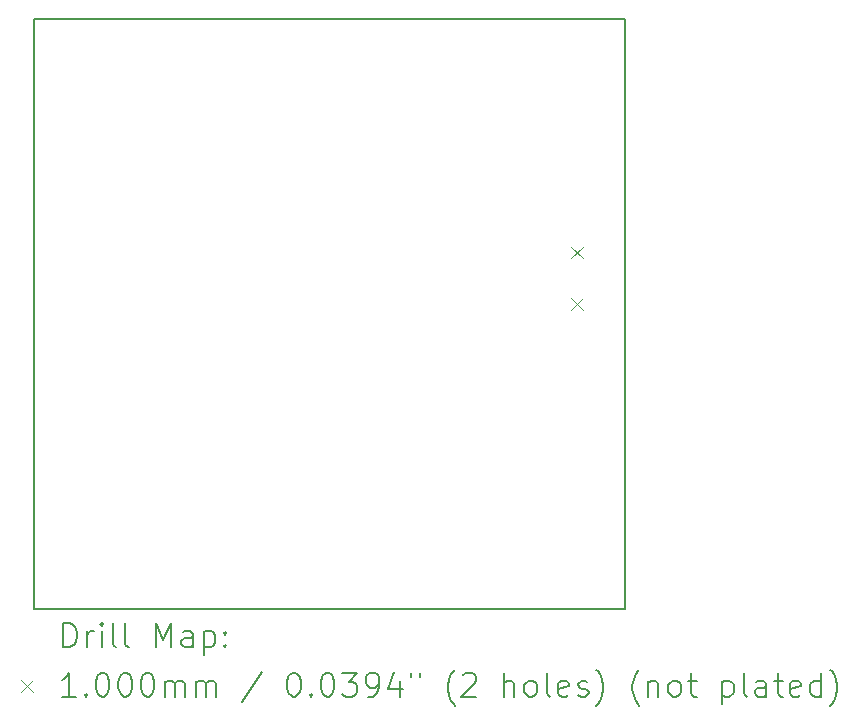
<source format=gbr>
%FSLAX45Y45*%
G04 Gerber Fmt 4.5, Leading zero omitted, Abs format (unit mm)*
G04 Created by KiCad (PCBNEW (6.0.5)) date 2022-06-08 19:34:26*
%MOMM*%
%LPD*%
G01*
G04 APERTURE LIST*
%TA.AperFunction,Profile*%
%ADD10C,0.200000*%
%TD*%
%ADD11C,0.200000*%
%ADD12C,0.100000*%
G04 APERTURE END LIST*
D10*
X11898000Y-7486000D02*
X16898000Y-7486000D01*
X16898000Y-7486000D02*
X16898000Y-12486000D01*
X16898000Y-12486000D02*
X11898000Y-12486000D01*
X11898000Y-12486000D02*
X11898000Y-7486000D01*
D11*
D12*
X16448000Y-9416000D02*
X16548000Y-9516000D01*
X16548000Y-9416000D02*
X16448000Y-9516000D01*
X16448000Y-9856000D02*
X16548000Y-9956000D01*
X16548000Y-9856000D02*
X16448000Y-9956000D01*
D11*
X12145619Y-12806476D02*
X12145619Y-12606476D01*
X12193238Y-12606476D01*
X12221809Y-12616000D01*
X12240857Y-12635048D01*
X12250381Y-12654095D01*
X12259905Y-12692190D01*
X12259905Y-12720762D01*
X12250381Y-12758857D01*
X12240857Y-12777905D01*
X12221809Y-12796952D01*
X12193238Y-12806476D01*
X12145619Y-12806476D01*
X12345619Y-12806476D02*
X12345619Y-12673143D01*
X12345619Y-12711238D02*
X12355143Y-12692190D01*
X12364667Y-12682667D01*
X12383714Y-12673143D01*
X12402762Y-12673143D01*
X12469428Y-12806476D02*
X12469428Y-12673143D01*
X12469428Y-12606476D02*
X12459905Y-12616000D01*
X12469428Y-12625524D01*
X12478952Y-12616000D01*
X12469428Y-12606476D01*
X12469428Y-12625524D01*
X12593238Y-12806476D02*
X12574190Y-12796952D01*
X12564667Y-12777905D01*
X12564667Y-12606476D01*
X12698000Y-12806476D02*
X12678952Y-12796952D01*
X12669428Y-12777905D01*
X12669428Y-12606476D01*
X12926571Y-12806476D02*
X12926571Y-12606476D01*
X12993238Y-12749333D01*
X13059905Y-12606476D01*
X13059905Y-12806476D01*
X13240857Y-12806476D02*
X13240857Y-12701714D01*
X13231333Y-12682667D01*
X13212286Y-12673143D01*
X13174190Y-12673143D01*
X13155143Y-12682667D01*
X13240857Y-12796952D02*
X13221809Y-12806476D01*
X13174190Y-12806476D01*
X13155143Y-12796952D01*
X13145619Y-12777905D01*
X13145619Y-12758857D01*
X13155143Y-12739809D01*
X13174190Y-12730286D01*
X13221809Y-12730286D01*
X13240857Y-12720762D01*
X13336095Y-12673143D02*
X13336095Y-12873143D01*
X13336095Y-12682667D02*
X13355143Y-12673143D01*
X13393238Y-12673143D01*
X13412286Y-12682667D01*
X13421809Y-12692190D01*
X13431333Y-12711238D01*
X13431333Y-12768381D01*
X13421809Y-12787428D01*
X13412286Y-12796952D01*
X13393238Y-12806476D01*
X13355143Y-12806476D01*
X13336095Y-12796952D01*
X13517048Y-12787428D02*
X13526571Y-12796952D01*
X13517048Y-12806476D01*
X13507524Y-12796952D01*
X13517048Y-12787428D01*
X13517048Y-12806476D01*
X13517048Y-12682667D02*
X13526571Y-12692190D01*
X13517048Y-12701714D01*
X13507524Y-12692190D01*
X13517048Y-12682667D01*
X13517048Y-12701714D01*
D12*
X11788000Y-13086000D02*
X11888000Y-13186000D01*
X11888000Y-13086000D02*
X11788000Y-13186000D01*
D11*
X12250381Y-13226476D02*
X12136095Y-13226476D01*
X12193238Y-13226476D02*
X12193238Y-13026476D01*
X12174190Y-13055048D01*
X12155143Y-13074095D01*
X12136095Y-13083619D01*
X12336095Y-13207428D02*
X12345619Y-13216952D01*
X12336095Y-13226476D01*
X12326571Y-13216952D01*
X12336095Y-13207428D01*
X12336095Y-13226476D01*
X12469428Y-13026476D02*
X12488476Y-13026476D01*
X12507524Y-13036000D01*
X12517048Y-13045524D01*
X12526571Y-13064571D01*
X12536095Y-13102667D01*
X12536095Y-13150286D01*
X12526571Y-13188381D01*
X12517048Y-13207428D01*
X12507524Y-13216952D01*
X12488476Y-13226476D01*
X12469428Y-13226476D01*
X12450381Y-13216952D01*
X12440857Y-13207428D01*
X12431333Y-13188381D01*
X12421809Y-13150286D01*
X12421809Y-13102667D01*
X12431333Y-13064571D01*
X12440857Y-13045524D01*
X12450381Y-13036000D01*
X12469428Y-13026476D01*
X12659905Y-13026476D02*
X12678952Y-13026476D01*
X12698000Y-13036000D01*
X12707524Y-13045524D01*
X12717048Y-13064571D01*
X12726571Y-13102667D01*
X12726571Y-13150286D01*
X12717048Y-13188381D01*
X12707524Y-13207428D01*
X12698000Y-13216952D01*
X12678952Y-13226476D01*
X12659905Y-13226476D01*
X12640857Y-13216952D01*
X12631333Y-13207428D01*
X12621809Y-13188381D01*
X12612286Y-13150286D01*
X12612286Y-13102667D01*
X12621809Y-13064571D01*
X12631333Y-13045524D01*
X12640857Y-13036000D01*
X12659905Y-13026476D01*
X12850381Y-13026476D02*
X12869428Y-13026476D01*
X12888476Y-13036000D01*
X12898000Y-13045524D01*
X12907524Y-13064571D01*
X12917048Y-13102667D01*
X12917048Y-13150286D01*
X12907524Y-13188381D01*
X12898000Y-13207428D01*
X12888476Y-13216952D01*
X12869428Y-13226476D01*
X12850381Y-13226476D01*
X12831333Y-13216952D01*
X12821809Y-13207428D01*
X12812286Y-13188381D01*
X12802762Y-13150286D01*
X12802762Y-13102667D01*
X12812286Y-13064571D01*
X12821809Y-13045524D01*
X12831333Y-13036000D01*
X12850381Y-13026476D01*
X13002762Y-13226476D02*
X13002762Y-13093143D01*
X13002762Y-13112190D02*
X13012286Y-13102667D01*
X13031333Y-13093143D01*
X13059905Y-13093143D01*
X13078952Y-13102667D01*
X13088476Y-13121714D01*
X13088476Y-13226476D01*
X13088476Y-13121714D02*
X13098000Y-13102667D01*
X13117048Y-13093143D01*
X13145619Y-13093143D01*
X13164667Y-13102667D01*
X13174190Y-13121714D01*
X13174190Y-13226476D01*
X13269428Y-13226476D02*
X13269428Y-13093143D01*
X13269428Y-13112190D02*
X13278952Y-13102667D01*
X13298000Y-13093143D01*
X13326571Y-13093143D01*
X13345619Y-13102667D01*
X13355143Y-13121714D01*
X13355143Y-13226476D01*
X13355143Y-13121714D02*
X13364667Y-13102667D01*
X13383714Y-13093143D01*
X13412286Y-13093143D01*
X13431333Y-13102667D01*
X13440857Y-13121714D01*
X13440857Y-13226476D01*
X13831333Y-13016952D02*
X13659905Y-13274095D01*
X14088476Y-13026476D02*
X14107524Y-13026476D01*
X14126571Y-13036000D01*
X14136095Y-13045524D01*
X14145619Y-13064571D01*
X14155143Y-13102667D01*
X14155143Y-13150286D01*
X14145619Y-13188381D01*
X14136095Y-13207428D01*
X14126571Y-13216952D01*
X14107524Y-13226476D01*
X14088476Y-13226476D01*
X14069428Y-13216952D01*
X14059905Y-13207428D01*
X14050381Y-13188381D01*
X14040857Y-13150286D01*
X14040857Y-13102667D01*
X14050381Y-13064571D01*
X14059905Y-13045524D01*
X14069428Y-13036000D01*
X14088476Y-13026476D01*
X14240857Y-13207428D02*
X14250381Y-13216952D01*
X14240857Y-13226476D01*
X14231333Y-13216952D01*
X14240857Y-13207428D01*
X14240857Y-13226476D01*
X14374190Y-13026476D02*
X14393238Y-13026476D01*
X14412286Y-13036000D01*
X14421809Y-13045524D01*
X14431333Y-13064571D01*
X14440857Y-13102667D01*
X14440857Y-13150286D01*
X14431333Y-13188381D01*
X14421809Y-13207428D01*
X14412286Y-13216952D01*
X14393238Y-13226476D01*
X14374190Y-13226476D01*
X14355143Y-13216952D01*
X14345619Y-13207428D01*
X14336095Y-13188381D01*
X14326571Y-13150286D01*
X14326571Y-13102667D01*
X14336095Y-13064571D01*
X14345619Y-13045524D01*
X14355143Y-13036000D01*
X14374190Y-13026476D01*
X14507524Y-13026476D02*
X14631333Y-13026476D01*
X14564667Y-13102667D01*
X14593238Y-13102667D01*
X14612286Y-13112190D01*
X14621809Y-13121714D01*
X14631333Y-13140762D01*
X14631333Y-13188381D01*
X14621809Y-13207428D01*
X14612286Y-13216952D01*
X14593238Y-13226476D01*
X14536095Y-13226476D01*
X14517048Y-13216952D01*
X14507524Y-13207428D01*
X14726571Y-13226476D02*
X14764667Y-13226476D01*
X14783714Y-13216952D01*
X14793238Y-13207428D01*
X14812286Y-13178857D01*
X14821809Y-13140762D01*
X14821809Y-13064571D01*
X14812286Y-13045524D01*
X14802762Y-13036000D01*
X14783714Y-13026476D01*
X14745619Y-13026476D01*
X14726571Y-13036000D01*
X14717048Y-13045524D01*
X14707524Y-13064571D01*
X14707524Y-13112190D01*
X14717048Y-13131238D01*
X14726571Y-13140762D01*
X14745619Y-13150286D01*
X14783714Y-13150286D01*
X14802762Y-13140762D01*
X14812286Y-13131238D01*
X14821809Y-13112190D01*
X14993238Y-13093143D02*
X14993238Y-13226476D01*
X14945619Y-13016952D02*
X14898000Y-13159809D01*
X15021809Y-13159809D01*
X15088476Y-13026476D02*
X15088476Y-13064571D01*
X15164667Y-13026476D02*
X15164667Y-13064571D01*
X15459905Y-13302667D02*
X15450381Y-13293143D01*
X15431333Y-13264571D01*
X15421809Y-13245524D01*
X15412286Y-13216952D01*
X15402762Y-13169333D01*
X15402762Y-13131238D01*
X15412286Y-13083619D01*
X15421809Y-13055048D01*
X15431333Y-13036000D01*
X15450381Y-13007428D01*
X15459905Y-12997905D01*
X15526571Y-13045524D02*
X15536095Y-13036000D01*
X15555143Y-13026476D01*
X15602762Y-13026476D01*
X15621809Y-13036000D01*
X15631333Y-13045524D01*
X15640857Y-13064571D01*
X15640857Y-13083619D01*
X15631333Y-13112190D01*
X15517048Y-13226476D01*
X15640857Y-13226476D01*
X15878952Y-13226476D02*
X15878952Y-13026476D01*
X15964667Y-13226476D02*
X15964667Y-13121714D01*
X15955143Y-13102667D01*
X15936095Y-13093143D01*
X15907524Y-13093143D01*
X15888476Y-13102667D01*
X15878952Y-13112190D01*
X16088476Y-13226476D02*
X16069428Y-13216952D01*
X16059905Y-13207428D01*
X16050381Y-13188381D01*
X16050381Y-13131238D01*
X16059905Y-13112190D01*
X16069428Y-13102667D01*
X16088476Y-13093143D01*
X16117048Y-13093143D01*
X16136095Y-13102667D01*
X16145619Y-13112190D01*
X16155143Y-13131238D01*
X16155143Y-13188381D01*
X16145619Y-13207428D01*
X16136095Y-13216952D01*
X16117048Y-13226476D01*
X16088476Y-13226476D01*
X16269428Y-13226476D02*
X16250381Y-13216952D01*
X16240857Y-13197905D01*
X16240857Y-13026476D01*
X16421809Y-13216952D02*
X16402762Y-13226476D01*
X16364667Y-13226476D01*
X16345619Y-13216952D01*
X16336095Y-13197905D01*
X16336095Y-13121714D01*
X16345619Y-13102667D01*
X16364667Y-13093143D01*
X16402762Y-13093143D01*
X16421809Y-13102667D01*
X16431333Y-13121714D01*
X16431333Y-13140762D01*
X16336095Y-13159809D01*
X16507524Y-13216952D02*
X16526571Y-13226476D01*
X16564667Y-13226476D01*
X16583714Y-13216952D01*
X16593238Y-13197905D01*
X16593238Y-13188381D01*
X16583714Y-13169333D01*
X16564667Y-13159809D01*
X16536095Y-13159809D01*
X16517048Y-13150286D01*
X16507524Y-13131238D01*
X16507524Y-13121714D01*
X16517048Y-13102667D01*
X16536095Y-13093143D01*
X16564667Y-13093143D01*
X16583714Y-13102667D01*
X16659905Y-13302667D02*
X16669428Y-13293143D01*
X16688476Y-13264571D01*
X16698000Y-13245524D01*
X16707524Y-13216952D01*
X16717048Y-13169333D01*
X16717048Y-13131238D01*
X16707524Y-13083619D01*
X16698000Y-13055048D01*
X16688476Y-13036000D01*
X16669428Y-13007428D01*
X16659905Y-12997905D01*
X17021810Y-13302667D02*
X17012286Y-13293143D01*
X16993238Y-13264571D01*
X16983714Y-13245524D01*
X16974190Y-13216952D01*
X16964667Y-13169333D01*
X16964667Y-13131238D01*
X16974190Y-13083619D01*
X16983714Y-13055048D01*
X16993238Y-13036000D01*
X17012286Y-13007428D01*
X17021810Y-12997905D01*
X17098000Y-13093143D02*
X17098000Y-13226476D01*
X17098000Y-13112190D02*
X17107524Y-13102667D01*
X17126571Y-13093143D01*
X17155143Y-13093143D01*
X17174190Y-13102667D01*
X17183714Y-13121714D01*
X17183714Y-13226476D01*
X17307524Y-13226476D02*
X17288476Y-13216952D01*
X17278952Y-13207428D01*
X17269429Y-13188381D01*
X17269429Y-13131238D01*
X17278952Y-13112190D01*
X17288476Y-13102667D01*
X17307524Y-13093143D01*
X17336095Y-13093143D01*
X17355143Y-13102667D01*
X17364667Y-13112190D01*
X17374190Y-13131238D01*
X17374190Y-13188381D01*
X17364667Y-13207428D01*
X17355143Y-13216952D01*
X17336095Y-13226476D01*
X17307524Y-13226476D01*
X17431333Y-13093143D02*
X17507524Y-13093143D01*
X17459905Y-13026476D02*
X17459905Y-13197905D01*
X17469429Y-13216952D01*
X17488476Y-13226476D01*
X17507524Y-13226476D01*
X17726571Y-13093143D02*
X17726571Y-13293143D01*
X17726571Y-13102667D02*
X17745619Y-13093143D01*
X17783714Y-13093143D01*
X17802762Y-13102667D01*
X17812286Y-13112190D01*
X17821810Y-13131238D01*
X17821810Y-13188381D01*
X17812286Y-13207428D01*
X17802762Y-13216952D01*
X17783714Y-13226476D01*
X17745619Y-13226476D01*
X17726571Y-13216952D01*
X17936095Y-13226476D02*
X17917048Y-13216952D01*
X17907524Y-13197905D01*
X17907524Y-13026476D01*
X18098000Y-13226476D02*
X18098000Y-13121714D01*
X18088476Y-13102667D01*
X18069429Y-13093143D01*
X18031333Y-13093143D01*
X18012286Y-13102667D01*
X18098000Y-13216952D02*
X18078952Y-13226476D01*
X18031333Y-13226476D01*
X18012286Y-13216952D01*
X18002762Y-13197905D01*
X18002762Y-13178857D01*
X18012286Y-13159809D01*
X18031333Y-13150286D01*
X18078952Y-13150286D01*
X18098000Y-13140762D01*
X18164667Y-13093143D02*
X18240857Y-13093143D01*
X18193238Y-13026476D02*
X18193238Y-13197905D01*
X18202762Y-13216952D01*
X18221810Y-13226476D01*
X18240857Y-13226476D01*
X18383714Y-13216952D02*
X18364667Y-13226476D01*
X18326571Y-13226476D01*
X18307524Y-13216952D01*
X18298000Y-13197905D01*
X18298000Y-13121714D01*
X18307524Y-13102667D01*
X18326571Y-13093143D01*
X18364667Y-13093143D01*
X18383714Y-13102667D01*
X18393238Y-13121714D01*
X18393238Y-13140762D01*
X18298000Y-13159809D01*
X18564667Y-13226476D02*
X18564667Y-13026476D01*
X18564667Y-13216952D02*
X18545619Y-13226476D01*
X18507524Y-13226476D01*
X18488476Y-13216952D01*
X18478952Y-13207428D01*
X18469429Y-13188381D01*
X18469429Y-13131238D01*
X18478952Y-13112190D01*
X18488476Y-13102667D01*
X18507524Y-13093143D01*
X18545619Y-13093143D01*
X18564667Y-13102667D01*
X18640857Y-13302667D02*
X18650381Y-13293143D01*
X18669429Y-13264571D01*
X18678952Y-13245524D01*
X18688476Y-13216952D01*
X18698000Y-13169333D01*
X18698000Y-13131238D01*
X18688476Y-13083619D01*
X18678952Y-13055048D01*
X18669429Y-13036000D01*
X18650381Y-13007428D01*
X18640857Y-12997905D01*
M02*

</source>
